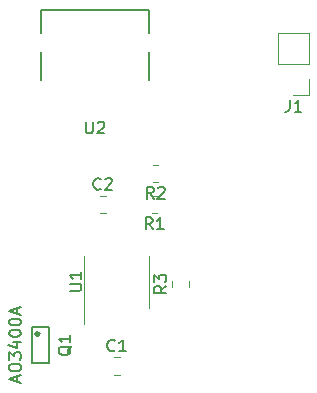
<source format=gbr>
%TF.GenerationSoftware,KiCad,Pcbnew,5.1.10-88a1d61d58~90~ubuntu20.04.1*%
%TF.CreationDate,2021-09-19T21:40:22+08:00*%
%TF.ProjectId,IP2721-USB-C-breakout,49503237-3231-42d5-9553-422d432d6272,rev?*%
%TF.SameCoordinates,Original*%
%TF.FileFunction,Legend,Top*%
%TF.FilePolarity,Positive*%
%FSLAX46Y46*%
G04 Gerber Fmt 4.6, Leading zero omitted, Abs format (unit mm)*
G04 Created by KiCad (PCBNEW 5.1.10-88a1d61d58~90~ubuntu20.04.1) date 2021-09-19 21:40:22*
%MOMM*%
%LPD*%
G01*
G04 APERTURE LIST*
%ADD10C,0.150000*%
%ADD11C,0.127000*%
%ADD12C,0.300000*%
%ADD13C,0.120000*%
G04 APERTURE END LIST*
D10*
%TO.C,U2*%
X120454560Y-45014620D02*
X129654560Y-45014620D01*
X129654560Y-45014620D02*
X129654560Y-46964620D01*
X129654560Y-48614620D02*
X129654560Y-50914620D01*
X120454560Y-45014620D02*
X120454560Y-46964620D01*
X120454560Y-48614620D02*
X120454560Y-50914620D01*
D11*
%TO.C,Q1*%
X121130060Y-71889620D02*
X121130060Y-74886820D01*
X121130060Y-74886820D02*
X119733060Y-74886820D01*
X119733060Y-74886820D02*
X119733060Y-71889620D01*
X119733060Y-71889620D02*
X121130060Y-71889620D01*
D12*
X120304560Y-72435720D02*
G75*
G03*
X120304560Y-72435720I-127000J0D01*
G01*
D13*
%TO.C,U1*%
X129642560Y-68018720D02*
X129642560Y-65818720D01*
X129642560Y-68018720D02*
X129642560Y-70218720D01*
X124172560Y-68018720D02*
X124172560Y-65818720D01*
X124172560Y-68018720D02*
X124172560Y-71618720D01*
%TO.C,R3*%
X131558560Y-68433684D02*
X131558560Y-67979556D01*
X133028560Y-68433684D02*
X133028560Y-67979556D01*
%TO.C,R2*%
X130412624Y-59619820D02*
X129958496Y-59619820D01*
X130412624Y-58149820D02*
X129958496Y-58149820D01*
%TO.C,R1*%
X130335624Y-62210620D02*
X129881496Y-62210620D01*
X130335624Y-60740620D02*
X129881496Y-60740620D01*
%TO.C,J1*%
X143199560Y-46988420D02*
X140539560Y-46988420D01*
X143199560Y-49588420D02*
X143199560Y-46988420D01*
X140539560Y-49588420D02*
X140539560Y-46988420D01*
X143199560Y-49588420D02*
X140539560Y-49588420D01*
X143199560Y-50858420D02*
X143199560Y-52188420D01*
X143199560Y-52188420D02*
X141869560Y-52188420D01*
%TO.C,C2*%
X125453308Y-60740620D02*
X125975812Y-60740620D01*
X125453308Y-62210620D02*
X125975812Y-62210620D01*
%TO.C,C1*%
X126646308Y-74421220D02*
X127168812Y-74421220D01*
X126646308Y-75891220D02*
X127168812Y-75891220D01*
%TO.C,U2*%
D10*
X124292655Y-54467000D02*
X124292655Y-55276524D01*
X124340274Y-55371762D01*
X124387893Y-55419381D01*
X124483131Y-55467000D01*
X124673607Y-55467000D01*
X124768845Y-55419381D01*
X124816464Y-55371762D01*
X124864083Y-55276524D01*
X124864083Y-54467000D01*
X125292655Y-54562239D02*
X125340274Y-54514620D01*
X125435512Y-54467000D01*
X125673607Y-54467000D01*
X125768845Y-54514620D01*
X125816464Y-54562239D01*
X125864083Y-54657477D01*
X125864083Y-54752715D01*
X125816464Y-54895572D01*
X125245036Y-55467000D01*
X125864083Y-55467000D01*
%TO.C,Q1*%
X123079179Y-73483458D02*
X123031560Y-73578696D01*
X122936321Y-73673934D01*
X122793464Y-73816791D01*
X122745845Y-73912029D01*
X122745845Y-74007267D01*
X122983940Y-73959648D02*
X122936321Y-74054886D01*
X122841083Y-74150124D01*
X122650607Y-74197743D01*
X122317274Y-74197743D01*
X122126798Y-74150124D01*
X122031560Y-74054886D01*
X121983940Y-73959648D01*
X121983940Y-73769172D01*
X122031560Y-73673934D01*
X122126798Y-73578696D01*
X122317274Y-73531077D01*
X122650607Y-73531077D01*
X122841083Y-73578696D01*
X122936321Y-73673934D01*
X122983940Y-73769172D01*
X122983940Y-73959648D01*
X122983940Y-72578696D02*
X122983940Y-73150124D01*
X122983940Y-72864410D02*
X121983940Y-72864410D01*
X122126798Y-72959648D01*
X122222036Y-73054886D01*
X122269655Y-73150124D01*
X118498226Y-76483458D02*
X118498226Y-76007267D01*
X118783940Y-76578696D02*
X117783940Y-76245362D01*
X118783940Y-75912029D01*
X117783940Y-75388220D02*
X117783940Y-75197743D01*
X117831560Y-75102505D01*
X117926798Y-75007267D01*
X118117274Y-74959648D01*
X118450607Y-74959648D01*
X118641083Y-75007267D01*
X118736321Y-75102505D01*
X118783940Y-75197743D01*
X118783940Y-75388220D01*
X118736321Y-75483458D01*
X118641083Y-75578696D01*
X118450607Y-75626315D01*
X118117274Y-75626315D01*
X117926798Y-75578696D01*
X117831560Y-75483458D01*
X117783940Y-75388220D01*
X117783940Y-74626315D02*
X117783940Y-74007267D01*
X118164893Y-74340600D01*
X118164893Y-74197743D01*
X118212512Y-74102505D01*
X118260131Y-74054886D01*
X118355369Y-74007267D01*
X118593464Y-74007267D01*
X118688702Y-74054886D01*
X118736321Y-74102505D01*
X118783940Y-74197743D01*
X118783940Y-74483458D01*
X118736321Y-74578696D01*
X118688702Y-74626315D01*
X118117274Y-73150124D02*
X118783940Y-73150124D01*
X117736321Y-73388220D02*
X118450607Y-73626315D01*
X118450607Y-73007267D01*
X117783940Y-72435839D02*
X117783940Y-72340600D01*
X117831560Y-72245362D01*
X117879179Y-72197743D01*
X117974417Y-72150124D01*
X118164893Y-72102505D01*
X118402988Y-72102505D01*
X118593464Y-72150124D01*
X118688702Y-72197743D01*
X118736321Y-72245362D01*
X118783940Y-72340600D01*
X118783940Y-72435839D01*
X118736321Y-72531077D01*
X118688702Y-72578696D01*
X118593464Y-72626315D01*
X118402988Y-72673934D01*
X118164893Y-72673934D01*
X117974417Y-72626315D01*
X117879179Y-72578696D01*
X117831560Y-72531077D01*
X117783940Y-72435839D01*
X117783940Y-71483458D02*
X117783940Y-71388220D01*
X117831560Y-71292981D01*
X117879179Y-71245362D01*
X117974417Y-71197743D01*
X118164893Y-71150124D01*
X118402988Y-71150124D01*
X118593464Y-71197743D01*
X118688702Y-71245362D01*
X118736321Y-71292981D01*
X118783940Y-71388220D01*
X118783940Y-71483458D01*
X118736321Y-71578696D01*
X118688702Y-71626315D01*
X118593464Y-71673934D01*
X118402988Y-71721553D01*
X118164893Y-71721553D01*
X117974417Y-71673934D01*
X117879179Y-71626315D01*
X117831560Y-71578696D01*
X117783940Y-71483458D01*
X118498226Y-70769172D02*
X118498226Y-70292981D01*
X118783940Y-70864410D02*
X117783940Y-70531077D01*
X118783940Y-70197743D01*
%TO.C,U1*%
X122909940Y-68780624D02*
X123719464Y-68780624D01*
X123814702Y-68733005D01*
X123862321Y-68685386D01*
X123909940Y-68590148D01*
X123909940Y-68399672D01*
X123862321Y-68304434D01*
X123814702Y-68256815D01*
X123719464Y-68209196D01*
X122909940Y-68209196D01*
X123909940Y-67209196D02*
X123909940Y-67780624D01*
X123909940Y-67494910D02*
X122909940Y-67494910D01*
X123052798Y-67590148D01*
X123148036Y-67685386D01*
X123195655Y-67780624D01*
%TO.C,R3*%
X131095940Y-68373286D02*
X130619750Y-68706620D01*
X131095940Y-68944715D02*
X130095940Y-68944715D01*
X130095940Y-68563762D01*
X130143560Y-68468524D01*
X130191179Y-68420905D01*
X130286417Y-68373286D01*
X130429274Y-68373286D01*
X130524512Y-68420905D01*
X130572131Y-68468524D01*
X130619750Y-68563762D01*
X130619750Y-68944715D01*
X130095940Y-68039953D02*
X130095940Y-67420905D01*
X130476893Y-67754239D01*
X130476893Y-67611381D01*
X130524512Y-67516143D01*
X130572131Y-67468524D01*
X130667369Y-67420905D01*
X130905464Y-67420905D01*
X131000702Y-67468524D01*
X131048321Y-67516143D01*
X131095940Y-67611381D01*
X131095940Y-67897096D01*
X131048321Y-67992334D01*
X131000702Y-68039953D01*
%TO.C,R2*%
X130018893Y-60987200D02*
X129685560Y-60511010D01*
X129447464Y-60987200D02*
X129447464Y-59987200D01*
X129828417Y-59987200D01*
X129923655Y-60034820D01*
X129971274Y-60082439D01*
X130018893Y-60177677D01*
X130018893Y-60320534D01*
X129971274Y-60415772D01*
X129923655Y-60463391D01*
X129828417Y-60511010D01*
X129447464Y-60511010D01*
X130399845Y-60082439D02*
X130447464Y-60034820D01*
X130542702Y-59987200D01*
X130780798Y-59987200D01*
X130876036Y-60034820D01*
X130923655Y-60082439D01*
X130971274Y-60177677D01*
X130971274Y-60272915D01*
X130923655Y-60415772D01*
X130352226Y-60987200D01*
X130971274Y-60987200D01*
%TO.C,R1*%
X129941893Y-63578000D02*
X129608560Y-63101810D01*
X129370464Y-63578000D02*
X129370464Y-62578000D01*
X129751417Y-62578000D01*
X129846655Y-62625620D01*
X129894274Y-62673239D01*
X129941893Y-62768477D01*
X129941893Y-62911334D01*
X129894274Y-63006572D01*
X129846655Y-63054191D01*
X129751417Y-63101810D01*
X129370464Y-63101810D01*
X130894274Y-63578000D02*
X130322845Y-63578000D01*
X130608560Y-63578000D02*
X130608560Y-62578000D01*
X130513321Y-62720858D01*
X130418083Y-62816096D01*
X130322845Y-62863715D01*
%TO.C,J1*%
X141536226Y-52640800D02*
X141536226Y-53355086D01*
X141488607Y-53497943D01*
X141393369Y-53593181D01*
X141250512Y-53640800D01*
X141155274Y-53640800D01*
X142536226Y-53640800D02*
X141964798Y-53640800D01*
X142250512Y-53640800D02*
X142250512Y-52640800D01*
X142155274Y-52783658D01*
X142060036Y-52878896D01*
X141964798Y-52926515D01*
%TO.C,C2*%
X125547893Y-60152762D02*
X125500274Y-60200381D01*
X125357417Y-60248000D01*
X125262179Y-60248000D01*
X125119321Y-60200381D01*
X125024083Y-60105143D01*
X124976464Y-60009905D01*
X124928845Y-59819429D01*
X124928845Y-59676572D01*
X124976464Y-59486096D01*
X125024083Y-59390858D01*
X125119321Y-59295620D01*
X125262179Y-59248000D01*
X125357417Y-59248000D01*
X125500274Y-59295620D01*
X125547893Y-59343239D01*
X125928845Y-59343239D02*
X125976464Y-59295620D01*
X126071702Y-59248000D01*
X126309798Y-59248000D01*
X126405036Y-59295620D01*
X126452655Y-59343239D01*
X126500274Y-59438477D01*
X126500274Y-59533715D01*
X126452655Y-59676572D01*
X125881226Y-60248000D01*
X126500274Y-60248000D01*
%TO.C,C1*%
X126740893Y-73833362D02*
X126693274Y-73880981D01*
X126550417Y-73928600D01*
X126455179Y-73928600D01*
X126312321Y-73880981D01*
X126217083Y-73785743D01*
X126169464Y-73690505D01*
X126121845Y-73500029D01*
X126121845Y-73357172D01*
X126169464Y-73166696D01*
X126217083Y-73071458D01*
X126312321Y-72976220D01*
X126455179Y-72928600D01*
X126550417Y-72928600D01*
X126693274Y-72976220D01*
X126740893Y-73023839D01*
X127693274Y-73928600D02*
X127121845Y-73928600D01*
X127407560Y-73928600D02*
X127407560Y-72928600D01*
X127312321Y-73071458D01*
X127217083Y-73166696D01*
X127121845Y-73214315D01*
%TD*%
M02*

</source>
